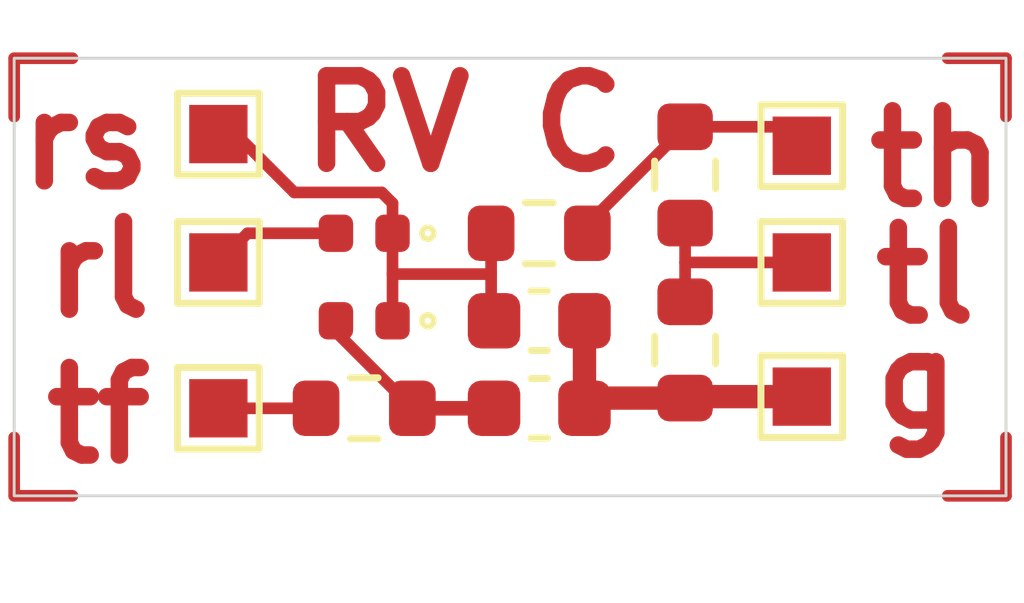
<source format=kicad_pcb>
(kicad_pcb (version 20240108) (generator "pcbnew") (generator_version "8.0")
  (title_block (date "2024-08-02") (rev "C"))
  (layers (0 "F.Cu" signal) (31 "B.Cu" signal) (34 "B.Paste" user) (35 "F.Paste" user) (36 "B.SilkS" user "B.Silkscreen") (37 "F.SilkS" user "F.Silkscreen") (38 "B.Mask" user) (39 "F.Mask" user) (44 "Edge.Cuts" user))
  (net 0 "")
  (net 1 "GND")
  (net 2 "Net-(D2-A)")
  (net 3 "/RF_LEVEL")
  (net 4 "/RSSI")
  (net 5 "/TL_FLOOR")
  (net 6 "/TL_HI")
  (net 7 "/TL_LO")
  (footprint "Resistor_SMD:R_0603_1608Metric" (layer "F.Cu") (at 30.5 19.5 90)
    (property "Reference" "R7" (hide yes))
    (property "Value" "200k")
    (fp_line (start -0.237258 -0.5225) (end 0.237258 -0.5225) (stroke (width 0.12)) (layer "F.SilkS"))
    (fp_line (start -0.237258 0.5225) (end 0.237258 0.5225) (stroke (width 0.12)) (layer "F.SilkS"))
    (pad "1" smd roundrect (at -0.825 0 90) (size 0.8 0.95) (layers "F.Cu" "F.Paste" "F.Mask") (net 1 "GND"))
    (pad "2" smd roundrect (at 0.825 0 90) (size 0.8 0.95) (layers "F.Cu" "F.Paste" "F.Mask") (net 7 "/TL_LO"))
  )
  (footprint "TestPoint:TestPoint_Pad_1.0x1.0mm" (layer "F.Cu") (at 22.5 18)
    (property "Reference" "TP1" (hide yes))
    (property "Value" "TestPoint")
    (fp_line (start -0.7 -0.7) (end 0.7 -0.7) (stroke (width 0.12)) (layer "F.SilkS"))
    (fp_line (start -0.7 0.7) (end -0.7 -0.7) (stroke (width 0.12)) (layer "F.SilkS"))
    (fp_line (start 0.7 -0.7) (end 0.7 0.7) (stroke (width 0.12)) (layer "F.SilkS"))
    (fp_line (start 0.7 0.7) (end -0.7 0.7) (stroke (width 0.12)) (layer "F.SilkS"))
    (pad "1" smd rect (at 0 0) (size 1 1) (layers "F.Cu" "F.Mask") (net 3 "/RF_LEVEL"))
  )
  (footprint "TestPoint:TestPoint_Pad_1.0x1.0mm" (layer "F.Cu") (at 32.5 20.3 90)
    (property "Reference" "TP4" (hide yes))
    (property "Value" "TestPoint")
    (fp_line (start 0.7 -0.7) (end 0.7 0.7) (stroke (width 0.12)) (layer "F.SilkS"))
    (fp_line (start -0.7 -0.7) (end 0.7 -0.7) (stroke (width 0.12)) (layer "F.SilkS"))
    (fp_line (start 0.7 0.7) (end -0.7 0.7) (stroke (width 0.12)) (layer "F.SilkS"))
    (fp_line (start -0.7 0.7) (end -0.7 -0.7) (stroke (width 0.12)) (layer "F.SilkS"))
    (pad "1" smd rect (at 0 0 90) (size 1 1) (layers "F.Cu" "F.Mask") (net 1 "GND"))
  )
  (footprint "Resistor_SMD:R_0603_1608Metric" (layer "F.Cu") (at 28 17.5 180)
    (property "Reference" "R5" (hide yes))
    (property "Value" "100k")
    (fp_line (start -0.237258 0.5225) (end 0.237258 0.5225) (stroke (width 0.12)) (layer "F.SilkS"))
    (fp_line (start -0.237258 -0.5225) (end 0.237258 -0.5225) (stroke (width 0.12)) (layer "F.SilkS"))
    (pad "1" smd roundrect (at -0.825 0 180) (size 0.8 0.95) (layers "F.Cu" "F.Paste" "F.Mask") (net 6 "/TL_HI"))
    (pad "2" smd roundrect (at 0.825 0 180) (size 0.8 0.95) (layers "F.Cu" "F.Paste" "F.Mask") (net 4 "/RSSI"))
  )
  (footprint "Custom_Diode:D_0402_1005Metric" (layer "F.Cu") (at 25 17.5 180)
    (property "Reference" "D1" (hide yes))
    (property "Value" "D_Schottky")
    (fp_circle (center -1.089999 0) (end -1.04 0) (stroke (width 0.1)) (fill none) (layer "F.SilkS"))
    (pad "1" smd roundrect (at -0.485 0 180) (size 0.59 0.64) (layers "F.Cu" "F.Paste" "F.Mask") (net 4 "/RSSI"))
    (pad "2" smd roundrect (at 0.485 0 180) (size 0.59 0.64) (layers "F.Cu" "F.Paste" "F.Mask") (net 3 "/RF_LEVEL"))
  )
  (footprint "TestPoint:TestPoint_Pad_1.0x1.0mm" (layer "F.Cu") (at 22.5 20.5)
    (property "Reference" "TP2" (hide yes))
    (property "Value" "TestPoint")
    (fp_line (start -0.7 -0.7) (end 0.7 -0.7) (stroke (width 0.12)) (layer "F.SilkS"))
    (fp_line (start -0.7 0.7) (end -0.7 -0.7) (stroke (width 0.12)) (layer "F.SilkS"))
    (fp_line (start 0.7 -0.7) (end 0.7 0.7) (stroke (width 0.12)) (layer "F.SilkS"))
    (fp_line (start 0.7 0.7) (end -0.7 0.7) (stroke (width 0.12)) (layer "F.SilkS"))
    (pad "1" smd rect (at 0 0) (size 1 1) (layers "F.Cu" "F.Mask") (net 5 "/TL_FLOOR"))
  )
  (footprint "TestPoint:TestPoint_Pad_1.0x1.0mm" (layer "F.Cu") (at 22.5 15.8)
    (property "Reference" "TP5" (hide yes))
    (property "Value" "TestPoint")
    (fp_line (start -0.7 -0.7) (end 0.7 -0.7) (stroke (width 0.12)) (layer "F.SilkS"))
    (fp_line (start -0.7 0.7) (end -0.7 -0.7) (stroke (width 0.12)) (layer "F.SilkS"))
    (fp_line (start 0.7 -0.7) (end 0.7 0.7) (stroke (width 0.12)) (layer "F.SilkS"))
    (fp_line (start 0.7 0.7) (end -0.7 0.7) (stroke (width 0.12)) (layer "F.SilkS"))
    (pad "1" smd rect (at 0 0) (size 1 1) (layers "F.Cu" "F.Mask") (net 4 "/RSSI"))
  )
  (footprint "TestPoint:TestPoint_Pad_1.0x1.0mm" (layer "F.Cu") (at 32.5 16)
    (property "Reference" "TP6" (hide yes))
    (property "Value" "TestPoint")
    (fp_line (start -0.7 -0.7) (end 0.7 -0.7) (stroke (width 0.12)) (layer "F.SilkS"))
    (fp_line (start -0.7 0.7) (end -0.7 -0.7) (stroke (width 0.12)) (layer "F.SilkS"))
    (fp_line (start 0.7 -0.7) (end 0.7 0.7) (stroke (width 0.12)) (layer "F.SilkS"))
    (fp_line (start 0.7 0.7) (end -0.7 0.7) (stroke (width 0.12)) (layer "F.SilkS"))
    (pad "1" smd rect (at 0 0) (size 1 1) (layers "F.Cu" "F.Mask") (net 6 "/TL_HI"))
  )
  (footprint "Resistor_SMD:R_0603_1608Metric" (layer "F.Cu") (at 25 20.5 180)
    (property "Reference" "R1" (hide yes))
    (property "Value" "10k")
    (fp_line (start -0.237258 0.5225) (end 0.237258 0.5225) (stroke (width 0.12)) (layer "F.SilkS"))
    (fp_line (start -0.237258 -0.5225) (end 0.237258 -0.5225) (stroke (width 0.12)) (layer "F.SilkS"))
    (pad "1" smd roundrect (at -0.825 0 180) (size 0.8 0.95) (layers "F.Cu" "F.Paste" "F.Mask") (net 2 "Net-(D2-A)"))
    (pad "2" smd roundrect (at 0.825 0 180) (size 0.8 0.95) (layers "F.Cu" "F.Paste" "F.Mask") (net 5 "/TL_FLOOR"))
  )
  (footprint "Custom_Diode:D_0402_1005Metric" (layer "F.Cu") (at 25 19 180)
    (property "Reference" "D2" (hide yes))
    (property "Value" "D_Schottky")
    (fp_circle (center -1.089999 0) (end -1.04 0) (stroke (width 0.1)) (fill none) (layer "F.SilkS"))
    (pad "1" smd roundrect (at -0.485 0 180) (size 0.59 0.64) (layers "F.Cu" "F.Paste" "F.Mask") (net 4 "/RSSI"))
    (pad "2" smd roundrect (at 0.485 0 180) (size 0.59 0.64) (layers "F.Cu" "F.Paste" "F.Mask") (net 2 "Net-(D2-A)"))
  )
  (footprint "Capacitor_SMD:C_0603_1608Metric" (layer "F.Cu") (at 28 20.5)
    (property "Reference" "C1" (hide yes))
    (property "Value" "0.1uF")
    (fp_line (start -0.140581 -0.51) (end 0.140581 -0.51) (stroke (width 0.12)) (layer "F.SilkS"))
    (fp_line (start -0.140581 0.51) (end 0.140581 0.51) (stroke (width 0.12)) (layer "F.SilkS"))
    (pad "1" smd roundrect (at -0.775 0) (size 0.9 0.95) (layers "F.Cu" "F.Paste" "F.Mask") (net 2 "Net-(D2-A)"))
    (pad "2" smd roundrect (at 0.775 0) (size 0.9 0.95) (layers "F.Cu" "F.Paste" "F.Mask") (net 1 "GND"))
  )
  (footprint "Resistor_SMD:R_0603_1608Metric" (layer "F.Cu") (at 30.5 16.5 90)
    (property "Reference" "R2" (hide yes))
    (property "Value" "100k")
    (fp_line (start -0.237258 -0.5225) (end 0.237258 -0.5225) (stroke (width 0.12)) (layer "F.SilkS"))
    (fp_line (start -0.237258 0.5225) (end 0.237258 0.5225) (stroke (width 0.12)) (layer "F.SilkS"))
    (pad "1" smd roundrect (at -0.825 0 90) (size 0.8 0.95) (layers "F.Cu" "F.Paste" "F.Mask") (net 7 "/TL_LO"))
    (pad "2" smd roundrect (at 0.825 0 90) (size 0.8 0.95) (layers "F.Cu" "F.Paste" "F.Mask") (net 6 "/TL_HI"))
  )
  (footprint "TestPoint:TestPoint_Pad_1.0x1.0mm" (layer "F.Cu") (at 32.5 18)
    (property "Reference" "TP7" (hide yes))
    (property "Value" "TestPoint")
    (fp_line (start -0.7 -0.7) (end 0.7 -0.7) (stroke (width 0.12)) (layer "F.SilkS"))
    (fp_line (start -0.7 0.7) (end -0.7 -0.7) (stroke (width 0.12)) (layer "F.SilkS"))
    (fp_line (start 0.7 -0.7) (end 0.7 0.7) (stroke (width 0.12)) (layer "F.SilkS"))
    (fp_line (start 0.7 0.7) (end -0.7 0.7) (stroke (width 0.12)) (layer "F.SilkS"))
    (pad "1" smd rect (at 0 0) (size 1 1) (layers "F.Cu" "F.Mask") (net 7 "/TL_LO"))
  )
  (footprint "Capacitor_SMD:C_0603_1608Metric" (layer "F.Cu") (at 28 19)
    (property "Reference" "C3" (hide yes))
    (property "Value" "1nF")
    (fp_line (start -0.140581 -0.51) (end 0.140581 -0.51) (stroke (width 0.12)) (layer "F.SilkS"))
    (fp_line (start -0.140581 0.51) (end 0.140581 0.51) (stroke (width 0.12)) (layer "F.SilkS"))
    (pad "1" smd roundrect (at -0.775 0) (size 0.9 0.95) (layers "F.Cu" "F.Paste" "F.Mask") (net 4 "/RSSI"))
    (pad "2" smd roundrect (at 0.775 0) (size 0.9 0.95) (layers "F.Cu" "F.Paste" "F.Mask") (net 1 "GND"))
  )
  (gr_line (start 35 14.5) (end 36 14.5) (stroke (width 0.2)) (layer "F.Cu"))
  (gr_line (start 36 14.5) (end 36 15.5) (stroke (width 0.2)) (layer "F.Cu"))
  (gr_line (start 19 14.5) (end 20 14.5) (stroke (width 0.2)) (layer "F.Cu"))
  (gr_line (start 19 22) (end 20 22) (stroke (width 0.2)) (layer "F.Cu"))
  (gr_line (start 36 21) (end 36 22) (stroke (width 0.2)) (layer "F.Cu"))
  (gr_line (start 19 15.5) (end 19 14.5) (stroke (width 0.2)) (layer "F.Cu"))
  (gr_line (start 19 21) (end 19 22) (stroke (width 0.2)) (layer "F.Cu"))
  (gr_line (start 36 22) (end 35 22) (stroke (width 0.2)) (layer "F.Cu"))
  (gr_rect (start 19 14.5) (end 36 22) (stroke (width 0.05)) (fill none) (layer "Edge.Cuts"))
  (gr_text "rl" (at 21.5 19 0) (layer "F.Cu") (effects (font (size 1.5 1.5) (thickness 0.3) (bold yes)) (justify right bottom)))
  (gr_text "RV C" (at 23.8 16.5 0) (layer "F.Cu") (effects (font (size 1.5 1.5) (thickness 0.3) (bold yes)) (justify left bottom)))
  (gr_text "tf" (at 21.5 21.5 0) (layer "F.Cu") (effects (font (size 1.5 1.5) (thickness 0.3) (bold yes)) (justify right bottom)))
  (gr_text "tl" (at 33.6 19.1 0) (layer "F.Cu") (effects (font (size 1.5 1.5) (thickness 0.3) (bold yes)) (justify left bottom)))
  (gr_text "rs" (at 21.5 16.8 0) (layer "F.Cu") (effects (font (size 1.5 1.5) (thickness 0.3) (bold yes)) (justify right bottom)))
  (gr_text "g" (at 33.6 20.9 0) (layer "F.Cu") (effects (font (size 1.5 1.5) (thickness 0.3) (bold yes)) (justify left bottom)))
  (gr_text "th" (at 33.5 17.1 0) (layer "F.Cu") (effects (font (size 1.5 1.5) (thickness 0.3) (bold yes)) (justify left bottom)))
  (segment (start 28.775 19) (end 28.775 20.5) (width 0.4) (layer "F.Cu") (net 1))
  (segment (start 30.5 20.325) (end 28.95 20.325) (width 0.4) (layer "F.Cu") (net 1))
  (segment (start 32.5 20.3) (end 30.525 20.3) (width 0.4) (layer "F.Cu") (net 1))
  (segment (start 30.525 20.3) (end 30.5 20.325) (width 0.4) (layer "F.Cu") (net 1))
  (segment (start 28.95 20.325) (end 28.775 20.5) (width 0.4) (layer "F.Cu") (net 1))
  (segment (start 24.515 19) (end 24.515 19.19) (width 0.2) (layer "F.Cu") (net 2))
  (segment (start 24.515 19.19) (end 25.825 20.5) (width 0.2) (layer "F.Cu") (net 2))
  (segment (start 27.225 20.5) (end 25.825 20.5) (width 0.25) (layer "F.Cu") (net 2))
  (segment (start 24.515 17.5) (end 23 17.5) (width 0.2) (layer "F.Cu") (net 3))
  (segment (start 23 17.5) (end 22.5 18) (width 0.2) (layer "F.Cu") (net 3))
  (segment (start 27.175 18.2) (end 25.485 18.2) (width 0.2) (layer "F.Cu") (net 4))
  (segment (start 27.175 18.2) (end 27.175 18.95) (width 0.2) (layer "F.Cu") (net 4))
  (segment (start 25.485 17.5) (end 25.485 18.2) (width 0.2) (layer "F.Cu") (net 4))
  (segment (start 25.3 16.8) (end 23.8 16.8) (width 0.2) (layer "F.Cu") (net 4))
  (segment (start 27.175 17.5) (end 27.175 18.2) (width 0.2) (layer "F.Cu") (net 4))
  (segment (start 25.485 18.2) (end 25.485 19) (width 0.2) (layer "F.Cu") (net 4))
  (segment (start 23.8 16.8) (end 22.8 15.8) (width 0.2) (layer "F.Cu") (net 4))
  (segment (start 25.485 16.985) (end 25.3 16.8) (width 0.2) (layer "F.Cu") (net 4))
  (segment (start 27.175 18.95) (end 27.225 19) (width 0.2) (layer "F.Cu") (net 4))
  (segment (start 22.8 15.8) (end 22.5 15.8) (width 0.2) (layer "F.Cu") (net 4))
  (segment (start 25.485 17.5) (end 25.485 16.985) (width 0.2) (layer "F.Cu") (net 4))
  (segment (start 24.175 20.5) (end 22.5 20.5) (width 0.2) (layer "F.Cu") (net 5))
  (segment (start 28.825 17.5) (end 28.825 17.35) (width 0.2) (layer "F.Cu") (net 6))
  (segment (start 32.175 15.675) (end 32.5 16) (width 0.2) (layer "F.Cu") (net 6))
  (segment (start 28.825 17.35) (end 30.5 15.675) (width 0.2) (layer "F.Cu") (net 6))
  (segment (start 30.5 15.675) (end 32.175 15.675) (width 0.2) (layer "F.Cu") (net 6))
  (segment (start 30.5 18) (end 30.5 18.675) (width 0.2) (layer "F.Cu") (net 7))
  (segment (start 30.5 17.325) (end 30.5 18) (width 0.2) (layer "F.Cu") (net 7))
  (segment (start 32.5 18) (end 30.5 18) (width 0.2) (layer "F.Cu") (net 7))
)
</source>
